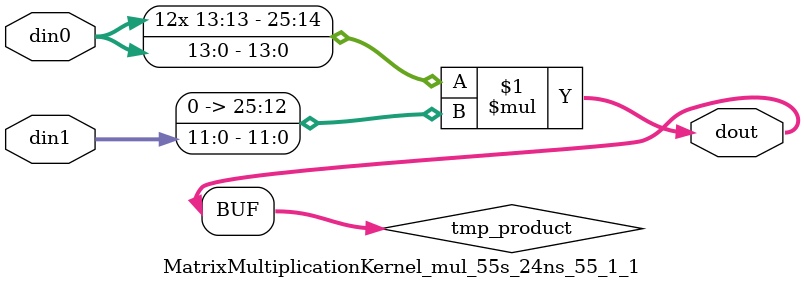
<source format=v>

`timescale 1 ns / 1 ps

 module MatrixMultiplicationKernel_mul_55s_24ns_55_1_1(din0, din1, dout);
parameter ID = 1;
parameter NUM_STAGE = 0;
parameter din0_WIDTH = 14;
parameter din1_WIDTH = 12;
parameter dout_WIDTH = 26;

input [din0_WIDTH - 1 : 0] din0; 
input [din1_WIDTH - 1 : 0] din1; 
output [dout_WIDTH - 1 : 0] dout;

wire signed [dout_WIDTH - 1 : 0] tmp_product;


























assign tmp_product = $signed(din0) * $signed({1'b0, din1});









assign dout = tmp_product;





















endmodule

</source>
